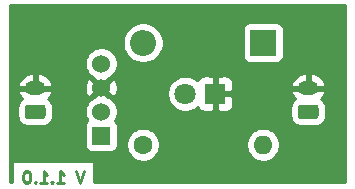
<source format=gbr>
G04 #@! TF.GenerationSoftware,KiCad,Pcbnew,(5.1.5)-3*
G04 #@! TF.CreationDate,2020-06-19T18:53:09+01:00*
G04 #@! TF.ProjectId,gardenlight,67617264-656e-46c6-9967-68742e6b6963,1.0.1*
G04 #@! TF.SameCoordinates,Original*
G04 #@! TF.FileFunction,Copper,L2,Bot*
G04 #@! TF.FilePolarity,Positive*
%FSLAX46Y46*%
G04 Gerber Fmt 4.6, Leading zero omitted, Abs format (unit mm)*
G04 Created by KiCad (PCBNEW (5.1.5)-3) date 2020-06-19 18:53:09*
%MOMM*%
%LPD*%
G04 APERTURE LIST*
%ADD10C,0.250000*%
%ADD11O,1.750000X1.200000*%
%ADD12C,0.150000*%
%ADD13O,2.200000X2.200000*%
%ADD14R,2.200000X2.200000*%
%ADD15O,1.600000X1.600000*%
%ADD16C,1.600000*%
%ADD17C,1.524000*%
%ADD18R,1.524000X1.524000*%
%ADD19C,1.800000*%
%ADD20R,1.800000X1.800000*%
%ADD21C,0.254000*%
G04 APERTURE END LIST*
D10*
X104473047Y-94702380D02*
X104139714Y-95702380D01*
X103806380Y-94702380D01*
X102187333Y-95702380D02*
X102758761Y-95702380D01*
X102473047Y-95702380D02*
X102473047Y-94702380D01*
X102568285Y-94845238D01*
X102663523Y-94940476D01*
X102758761Y-94988095D01*
X101758761Y-95607142D02*
X101711142Y-95654761D01*
X101758761Y-95702380D01*
X101806380Y-95654761D01*
X101758761Y-95607142D01*
X101758761Y-95702380D01*
X100758761Y-95702380D02*
X101330190Y-95702380D01*
X101044476Y-95702380D02*
X101044476Y-94702380D01*
X101139714Y-94845238D01*
X101234952Y-94940476D01*
X101330190Y-94988095D01*
X100330190Y-95607142D02*
X100282571Y-95654761D01*
X100330190Y-95702380D01*
X100377809Y-95654761D01*
X100330190Y-95607142D01*
X100330190Y-95702380D01*
X99663523Y-94702380D02*
X99568285Y-94702380D01*
X99473047Y-94750000D01*
X99425428Y-94797619D01*
X99377809Y-94892857D01*
X99330190Y-95083333D01*
X99330190Y-95321428D01*
X99377809Y-95511904D01*
X99425428Y-95607142D01*
X99473047Y-95654761D01*
X99568285Y-95702380D01*
X99663523Y-95702380D01*
X99758761Y-95654761D01*
X99806380Y-95607142D01*
X99854000Y-95511904D01*
X99901619Y-95321428D01*
X99901619Y-95083333D01*
X99854000Y-94892857D01*
X99806380Y-94797619D01*
X99758761Y-94750000D01*
X99663523Y-94702380D01*
D11*
X100330000Y-87662000D03*
G04 #@! TA.AperFunction,ComponentPad*
D12*
G36*
X100979505Y-89063204D02*
G01*
X101003773Y-89066804D01*
X101027572Y-89072765D01*
X101050671Y-89081030D01*
X101072850Y-89091520D01*
X101093893Y-89104132D01*
X101113599Y-89118747D01*
X101131777Y-89135223D01*
X101148253Y-89153401D01*
X101162868Y-89173107D01*
X101175480Y-89194150D01*
X101185970Y-89216329D01*
X101194235Y-89239428D01*
X101200196Y-89263227D01*
X101203796Y-89287495D01*
X101205000Y-89311999D01*
X101205000Y-90012001D01*
X101203796Y-90036505D01*
X101200196Y-90060773D01*
X101194235Y-90084572D01*
X101185970Y-90107671D01*
X101175480Y-90129850D01*
X101162868Y-90150893D01*
X101148253Y-90170599D01*
X101131777Y-90188777D01*
X101113599Y-90205253D01*
X101093893Y-90219868D01*
X101072850Y-90232480D01*
X101050671Y-90242970D01*
X101027572Y-90251235D01*
X101003773Y-90257196D01*
X100979505Y-90260796D01*
X100955001Y-90262000D01*
X99704999Y-90262000D01*
X99680495Y-90260796D01*
X99656227Y-90257196D01*
X99632428Y-90251235D01*
X99609329Y-90242970D01*
X99587150Y-90232480D01*
X99566107Y-90219868D01*
X99546401Y-90205253D01*
X99528223Y-90188777D01*
X99511747Y-90170599D01*
X99497132Y-90150893D01*
X99484520Y-90129850D01*
X99474030Y-90107671D01*
X99465765Y-90084572D01*
X99459804Y-90060773D01*
X99456204Y-90036505D01*
X99455000Y-90012001D01*
X99455000Y-89311999D01*
X99456204Y-89287495D01*
X99459804Y-89263227D01*
X99465765Y-89239428D01*
X99474030Y-89216329D01*
X99484520Y-89194150D01*
X99497132Y-89173107D01*
X99511747Y-89153401D01*
X99528223Y-89135223D01*
X99546401Y-89118747D01*
X99566107Y-89104132D01*
X99587150Y-89091520D01*
X99609329Y-89081030D01*
X99632428Y-89072765D01*
X99656227Y-89066804D01*
X99680495Y-89063204D01*
X99704999Y-89062000D01*
X100955001Y-89062000D01*
X100979505Y-89063204D01*
G37*
G04 #@! TD.AperFunction*
D13*
X109474000Y-83820000D03*
D14*
X119634000Y-83820000D03*
D11*
X123444000Y-87662000D03*
G04 #@! TA.AperFunction,ComponentPad*
D12*
G36*
X124093505Y-89063204D02*
G01*
X124117773Y-89066804D01*
X124141572Y-89072765D01*
X124164671Y-89081030D01*
X124186850Y-89091520D01*
X124207893Y-89104132D01*
X124227599Y-89118747D01*
X124245777Y-89135223D01*
X124262253Y-89153401D01*
X124276868Y-89173107D01*
X124289480Y-89194150D01*
X124299970Y-89216329D01*
X124308235Y-89239428D01*
X124314196Y-89263227D01*
X124317796Y-89287495D01*
X124319000Y-89311999D01*
X124319000Y-90012001D01*
X124317796Y-90036505D01*
X124314196Y-90060773D01*
X124308235Y-90084572D01*
X124299970Y-90107671D01*
X124289480Y-90129850D01*
X124276868Y-90150893D01*
X124262253Y-90170599D01*
X124245777Y-90188777D01*
X124227599Y-90205253D01*
X124207893Y-90219868D01*
X124186850Y-90232480D01*
X124164671Y-90242970D01*
X124141572Y-90251235D01*
X124117773Y-90257196D01*
X124093505Y-90260796D01*
X124069001Y-90262000D01*
X122818999Y-90262000D01*
X122794495Y-90260796D01*
X122770227Y-90257196D01*
X122746428Y-90251235D01*
X122723329Y-90242970D01*
X122701150Y-90232480D01*
X122680107Y-90219868D01*
X122660401Y-90205253D01*
X122642223Y-90188777D01*
X122625747Y-90170599D01*
X122611132Y-90150893D01*
X122598520Y-90129850D01*
X122588030Y-90107671D01*
X122579765Y-90084572D01*
X122573804Y-90060773D01*
X122570204Y-90036505D01*
X122569000Y-90012001D01*
X122569000Y-89311999D01*
X122570204Y-89287495D01*
X122573804Y-89263227D01*
X122579765Y-89239428D01*
X122588030Y-89216329D01*
X122598520Y-89194150D01*
X122611132Y-89173107D01*
X122625747Y-89153401D01*
X122642223Y-89135223D01*
X122660401Y-89118747D01*
X122680107Y-89104132D01*
X122701150Y-89091520D01*
X122723329Y-89081030D01*
X122746428Y-89072765D01*
X122770227Y-89066804D01*
X122794495Y-89063204D01*
X122818999Y-89062000D01*
X124069001Y-89062000D01*
X124093505Y-89063204D01*
G37*
G04 #@! TD.AperFunction*
D15*
X119634000Y-92456000D03*
D16*
X109474000Y-92456000D03*
D17*
X105918000Y-85598000D03*
X105918000Y-87630000D03*
X105918000Y-89662000D03*
D18*
X105918000Y-91694000D03*
D19*
X113030000Y-88138000D03*
D20*
X115570000Y-88138000D03*
D21*
G36*
X126594001Y-95606000D02*
G01*
X105328286Y-95606000D01*
X105328286Y-93832500D01*
X98379715Y-93832500D01*
X98379715Y-95606000D01*
X98196000Y-95606000D01*
X98196000Y-90932000D01*
X104517928Y-90932000D01*
X104517928Y-92456000D01*
X104530188Y-92580482D01*
X104566498Y-92700180D01*
X104625463Y-92810494D01*
X104704815Y-92907185D01*
X104801506Y-92986537D01*
X104911820Y-93045502D01*
X105031518Y-93081812D01*
X105156000Y-93094072D01*
X106680000Y-93094072D01*
X106804482Y-93081812D01*
X106924180Y-93045502D01*
X107034494Y-92986537D01*
X107131185Y-92907185D01*
X107210537Y-92810494D01*
X107269502Y-92700180D01*
X107305812Y-92580482D01*
X107318072Y-92456000D01*
X107318072Y-92314665D01*
X108039000Y-92314665D01*
X108039000Y-92597335D01*
X108094147Y-92874574D01*
X108202320Y-93135727D01*
X108359363Y-93370759D01*
X108559241Y-93570637D01*
X108794273Y-93727680D01*
X109055426Y-93835853D01*
X109332665Y-93891000D01*
X109615335Y-93891000D01*
X109892574Y-93835853D01*
X110153727Y-93727680D01*
X110388759Y-93570637D01*
X110588637Y-93370759D01*
X110745680Y-93135727D01*
X110853853Y-92874574D01*
X110909000Y-92597335D01*
X110909000Y-92314665D01*
X118199000Y-92314665D01*
X118199000Y-92597335D01*
X118254147Y-92874574D01*
X118362320Y-93135727D01*
X118519363Y-93370759D01*
X118719241Y-93570637D01*
X118954273Y-93727680D01*
X119215426Y-93835853D01*
X119492665Y-93891000D01*
X119775335Y-93891000D01*
X120052574Y-93835853D01*
X120313727Y-93727680D01*
X120548759Y-93570637D01*
X120748637Y-93370759D01*
X120905680Y-93135727D01*
X121013853Y-92874574D01*
X121069000Y-92597335D01*
X121069000Y-92314665D01*
X121013853Y-92037426D01*
X120905680Y-91776273D01*
X120748637Y-91541241D01*
X120548759Y-91341363D01*
X120313727Y-91184320D01*
X120052574Y-91076147D01*
X119775335Y-91021000D01*
X119492665Y-91021000D01*
X119215426Y-91076147D01*
X118954273Y-91184320D01*
X118719241Y-91341363D01*
X118519363Y-91541241D01*
X118362320Y-91776273D01*
X118254147Y-92037426D01*
X118199000Y-92314665D01*
X110909000Y-92314665D01*
X110853853Y-92037426D01*
X110745680Y-91776273D01*
X110588637Y-91541241D01*
X110388759Y-91341363D01*
X110153727Y-91184320D01*
X109892574Y-91076147D01*
X109615335Y-91021000D01*
X109332665Y-91021000D01*
X109055426Y-91076147D01*
X108794273Y-91184320D01*
X108559241Y-91341363D01*
X108359363Y-91541241D01*
X108202320Y-91776273D01*
X108094147Y-92037426D01*
X108039000Y-92314665D01*
X107318072Y-92314665D01*
X107318072Y-90932000D01*
X107305812Y-90807518D01*
X107269502Y-90687820D01*
X107210537Y-90577506D01*
X107131185Y-90480815D01*
X107079425Y-90438337D01*
X107156005Y-90323727D01*
X107261314Y-90069490D01*
X107315000Y-89799592D01*
X107315000Y-89524408D01*
X107261314Y-89254510D01*
X107156005Y-89000273D01*
X107003120Y-88771465D01*
X106808535Y-88576880D01*
X106579727Y-88423995D01*
X106498917Y-88390522D01*
X105918000Y-87809605D01*
X105337083Y-88390522D01*
X105256273Y-88423995D01*
X105027465Y-88576880D01*
X104832880Y-88771465D01*
X104679995Y-89000273D01*
X104574686Y-89254510D01*
X104521000Y-89524408D01*
X104521000Y-89799592D01*
X104574686Y-90069490D01*
X104679995Y-90323727D01*
X104756575Y-90438337D01*
X104704815Y-90480815D01*
X104625463Y-90577506D01*
X104566498Y-90687820D01*
X104530188Y-90807518D01*
X104517928Y-90932000D01*
X98196000Y-90932000D01*
X98196000Y-89311999D01*
X98816928Y-89311999D01*
X98816928Y-90012001D01*
X98833992Y-90185255D01*
X98884528Y-90351851D01*
X98966595Y-90505387D01*
X99077038Y-90639962D01*
X99211613Y-90750405D01*
X99365149Y-90832472D01*
X99531745Y-90883008D01*
X99704999Y-90900072D01*
X100955001Y-90900072D01*
X101128255Y-90883008D01*
X101294851Y-90832472D01*
X101448387Y-90750405D01*
X101582962Y-90639962D01*
X101693405Y-90505387D01*
X101775472Y-90351851D01*
X101826008Y-90185255D01*
X101843072Y-90012001D01*
X101843072Y-89311999D01*
X101826008Y-89138745D01*
X101775472Y-88972149D01*
X101693405Y-88818613D01*
X101582962Y-88684038D01*
X101448387Y-88573595D01*
X101443594Y-88571033D01*
X101568078Y-88445474D01*
X101702421Y-88242533D01*
X101794591Y-88017282D01*
X101798462Y-87979609D01*
X101673731Y-87789000D01*
X100457000Y-87789000D01*
X100457000Y-87809000D01*
X100203000Y-87809000D01*
X100203000Y-87789000D01*
X98986269Y-87789000D01*
X98861538Y-87979609D01*
X98865409Y-88017282D01*
X98957579Y-88242533D01*
X99091922Y-88445474D01*
X99216406Y-88571033D01*
X99211613Y-88573595D01*
X99077038Y-88684038D01*
X98966595Y-88818613D01*
X98884528Y-88972149D01*
X98833992Y-89138745D01*
X98816928Y-89311999D01*
X98196000Y-89311999D01*
X98196000Y-87702017D01*
X104516090Y-87702017D01*
X104557078Y-87974133D01*
X104650364Y-88233023D01*
X104712344Y-88348980D01*
X104952435Y-88415960D01*
X105738395Y-87630000D01*
X106097605Y-87630000D01*
X106883565Y-88415960D01*
X107123656Y-88348980D01*
X107240756Y-88099952D01*
X107268826Y-87986816D01*
X111495000Y-87986816D01*
X111495000Y-88289184D01*
X111553989Y-88585743D01*
X111669701Y-88865095D01*
X111837688Y-89116505D01*
X112051495Y-89330312D01*
X112302905Y-89498299D01*
X112582257Y-89614011D01*
X112878816Y-89673000D01*
X113181184Y-89673000D01*
X113477743Y-89614011D01*
X113757095Y-89498299D01*
X114008505Y-89330312D01*
X114074944Y-89263873D01*
X114080498Y-89282180D01*
X114139463Y-89392494D01*
X114218815Y-89489185D01*
X114315506Y-89568537D01*
X114425820Y-89627502D01*
X114545518Y-89663812D01*
X114670000Y-89676072D01*
X115284250Y-89673000D01*
X115443000Y-89514250D01*
X115443000Y-88265000D01*
X115697000Y-88265000D01*
X115697000Y-89514250D01*
X115855750Y-89673000D01*
X116470000Y-89676072D01*
X116594482Y-89663812D01*
X116714180Y-89627502D01*
X116824494Y-89568537D01*
X116921185Y-89489185D01*
X117000537Y-89392494D01*
X117043563Y-89311999D01*
X121930928Y-89311999D01*
X121930928Y-90012001D01*
X121947992Y-90185255D01*
X121998528Y-90351851D01*
X122080595Y-90505387D01*
X122191038Y-90639962D01*
X122325613Y-90750405D01*
X122479149Y-90832472D01*
X122645745Y-90883008D01*
X122818999Y-90900072D01*
X124069001Y-90900072D01*
X124242255Y-90883008D01*
X124408851Y-90832472D01*
X124562387Y-90750405D01*
X124696962Y-90639962D01*
X124807405Y-90505387D01*
X124889472Y-90351851D01*
X124940008Y-90185255D01*
X124957072Y-90012001D01*
X124957072Y-89311999D01*
X124940008Y-89138745D01*
X124889472Y-88972149D01*
X124807405Y-88818613D01*
X124696962Y-88684038D01*
X124562387Y-88573595D01*
X124557594Y-88571033D01*
X124682078Y-88445474D01*
X124816421Y-88242533D01*
X124908591Y-88017282D01*
X124912462Y-87979609D01*
X124787731Y-87789000D01*
X123571000Y-87789000D01*
X123571000Y-87809000D01*
X123317000Y-87809000D01*
X123317000Y-87789000D01*
X122100269Y-87789000D01*
X121975538Y-87979609D01*
X121979409Y-88017282D01*
X122071579Y-88242533D01*
X122205922Y-88445474D01*
X122330406Y-88571033D01*
X122325613Y-88573595D01*
X122191038Y-88684038D01*
X122080595Y-88818613D01*
X121998528Y-88972149D01*
X121947992Y-89138745D01*
X121930928Y-89311999D01*
X117043563Y-89311999D01*
X117059502Y-89282180D01*
X117095812Y-89162482D01*
X117108072Y-89038000D01*
X117105000Y-88423750D01*
X116946250Y-88265000D01*
X115697000Y-88265000D01*
X115443000Y-88265000D01*
X115423000Y-88265000D01*
X115423000Y-88011000D01*
X115443000Y-88011000D01*
X115443000Y-86761750D01*
X115697000Y-86761750D01*
X115697000Y-88011000D01*
X116946250Y-88011000D01*
X117105000Y-87852250D01*
X117107539Y-87344391D01*
X121975538Y-87344391D01*
X122100269Y-87535000D01*
X123317000Y-87535000D01*
X123317000Y-86427000D01*
X123571000Y-86427000D01*
X123571000Y-87535000D01*
X124787731Y-87535000D01*
X124912462Y-87344391D01*
X124908591Y-87306718D01*
X124816421Y-87081467D01*
X124682078Y-86878526D01*
X124510725Y-86705693D01*
X124308946Y-86569610D01*
X124084496Y-86475507D01*
X123846000Y-86427000D01*
X123571000Y-86427000D01*
X123317000Y-86427000D01*
X123042000Y-86427000D01*
X122803504Y-86475507D01*
X122579054Y-86569610D01*
X122377275Y-86705693D01*
X122205922Y-86878526D01*
X122071579Y-87081467D01*
X121979409Y-87306718D01*
X121975538Y-87344391D01*
X117107539Y-87344391D01*
X117108072Y-87238000D01*
X117095812Y-87113518D01*
X117059502Y-86993820D01*
X117000537Y-86883506D01*
X116921185Y-86786815D01*
X116824494Y-86707463D01*
X116714180Y-86648498D01*
X116594482Y-86612188D01*
X116470000Y-86599928D01*
X115855750Y-86603000D01*
X115697000Y-86761750D01*
X115443000Y-86761750D01*
X115284250Y-86603000D01*
X114670000Y-86599928D01*
X114545518Y-86612188D01*
X114425820Y-86648498D01*
X114315506Y-86707463D01*
X114218815Y-86786815D01*
X114139463Y-86883506D01*
X114080498Y-86993820D01*
X114074944Y-87012127D01*
X114008505Y-86945688D01*
X113757095Y-86777701D01*
X113477743Y-86661989D01*
X113181184Y-86603000D01*
X112878816Y-86603000D01*
X112582257Y-86661989D01*
X112302905Y-86777701D01*
X112051495Y-86945688D01*
X111837688Y-87159495D01*
X111669701Y-87410905D01*
X111553989Y-87690257D01*
X111495000Y-87986816D01*
X107268826Y-87986816D01*
X107307023Y-87832865D01*
X107319910Y-87557983D01*
X107278922Y-87285867D01*
X107185636Y-87026977D01*
X107123656Y-86911020D01*
X106883565Y-86844040D01*
X106097605Y-87630000D01*
X105738395Y-87630000D01*
X104952435Y-86844040D01*
X104712344Y-86911020D01*
X104595244Y-87160048D01*
X104528977Y-87427135D01*
X104516090Y-87702017D01*
X98196000Y-87702017D01*
X98196000Y-87344391D01*
X98861538Y-87344391D01*
X98986269Y-87535000D01*
X100203000Y-87535000D01*
X100203000Y-86427000D01*
X100457000Y-86427000D01*
X100457000Y-87535000D01*
X101673731Y-87535000D01*
X101798462Y-87344391D01*
X101794591Y-87306718D01*
X101702421Y-87081467D01*
X101568078Y-86878526D01*
X101396725Y-86705693D01*
X101194946Y-86569610D01*
X100970496Y-86475507D01*
X100732000Y-86427000D01*
X100457000Y-86427000D01*
X100203000Y-86427000D01*
X99928000Y-86427000D01*
X99689504Y-86475507D01*
X99465054Y-86569610D01*
X99263275Y-86705693D01*
X99091922Y-86878526D01*
X98957579Y-87081467D01*
X98865409Y-87306718D01*
X98861538Y-87344391D01*
X98196000Y-87344391D01*
X98196000Y-85460408D01*
X104521000Y-85460408D01*
X104521000Y-85735592D01*
X104574686Y-86005490D01*
X104679995Y-86259727D01*
X104832880Y-86488535D01*
X105027465Y-86683120D01*
X105256273Y-86836005D01*
X105337083Y-86869478D01*
X105918000Y-87450395D01*
X106498917Y-86869478D01*
X106579727Y-86836005D01*
X106808535Y-86683120D01*
X107003120Y-86488535D01*
X107156005Y-86259727D01*
X107261314Y-86005490D01*
X107315000Y-85735592D01*
X107315000Y-85460408D01*
X107261314Y-85190510D01*
X107156005Y-84936273D01*
X107003120Y-84707465D01*
X106808535Y-84512880D01*
X106579727Y-84359995D01*
X106325490Y-84254686D01*
X106055592Y-84201000D01*
X105780408Y-84201000D01*
X105510510Y-84254686D01*
X105256273Y-84359995D01*
X105027465Y-84512880D01*
X104832880Y-84707465D01*
X104679995Y-84936273D01*
X104574686Y-85190510D01*
X104521000Y-85460408D01*
X98196000Y-85460408D01*
X98196000Y-83649117D01*
X107739000Y-83649117D01*
X107739000Y-83990883D01*
X107805675Y-84326081D01*
X107936463Y-84641831D01*
X108126337Y-84925998D01*
X108368002Y-85167663D01*
X108652169Y-85357537D01*
X108967919Y-85488325D01*
X109303117Y-85555000D01*
X109644883Y-85555000D01*
X109980081Y-85488325D01*
X110295831Y-85357537D01*
X110579998Y-85167663D01*
X110821663Y-84925998D01*
X111011537Y-84641831D01*
X111142325Y-84326081D01*
X111209000Y-83990883D01*
X111209000Y-83649117D01*
X111142325Y-83313919D01*
X111011537Y-82998169D01*
X110825671Y-82720000D01*
X117895928Y-82720000D01*
X117895928Y-84920000D01*
X117908188Y-85044482D01*
X117944498Y-85164180D01*
X118003463Y-85274494D01*
X118082815Y-85371185D01*
X118179506Y-85450537D01*
X118289820Y-85509502D01*
X118409518Y-85545812D01*
X118534000Y-85558072D01*
X120734000Y-85558072D01*
X120858482Y-85545812D01*
X120978180Y-85509502D01*
X121088494Y-85450537D01*
X121185185Y-85371185D01*
X121264537Y-85274494D01*
X121323502Y-85164180D01*
X121359812Y-85044482D01*
X121372072Y-84920000D01*
X121372072Y-82720000D01*
X121359812Y-82595518D01*
X121323502Y-82475820D01*
X121264537Y-82365506D01*
X121185185Y-82268815D01*
X121088494Y-82189463D01*
X120978180Y-82130498D01*
X120858482Y-82094188D01*
X120734000Y-82081928D01*
X118534000Y-82081928D01*
X118409518Y-82094188D01*
X118289820Y-82130498D01*
X118179506Y-82189463D01*
X118082815Y-82268815D01*
X118003463Y-82365506D01*
X117944498Y-82475820D01*
X117908188Y-82595518D01*
X117895928Y-82720000D01*
X110825671Y-82720000D01*
X110821663Y-82714002D01*
X110579998Y-82472337D01*
X110295831Y-82282463D01*
X109980081Y-82151675D01*
X109644883Y-82085000D01*
X109303117Y-82085000D01*
X108967919Y-82151675D01*
X108652169Y-82282463D01*
X108368002Y-82472337D01*
X108126337Y-82714002D01*
X107936463Y-82998169D01*
X107805675Y-83313919D01*
X107739000Y-83649117D01*
X98196000Y-83649117D01*
X98196000Y-80670000D01*
X126594000Y-80670000D01*
X126594001Y-95606000D01*
G37*
X126594001Y-95606000D02*
X105328286Y-95606000D01*
X105328286Y-93832500D01*
X98379715Y-93832500D01*
X98379715Y-95606000D01*
X98196000Y-95606000D01*
X98196000Y-90932000D01*
X104517928Y-90932000D01*
X104517928Y-92456000D01*
X104530188Y-92580482D01*
X104566498Y-92700180D01*
X104625463Y-92810494D01*
X104704815Y-92907185D01*
X104801506Y-92986537D01*
X104911820Y-93045502D01*
X105031518Y-93081812D01*
X105156000Y-93094072D01*
X106680000Y-93094072D01*
X106804482Y-93081812D01*
X106924180Y-93045502D01*
X107034494Y-92986537D01*
X107131185Y-92907185D01*
X107210537Y-92810494D01*
X107269502Y-92700180D01*
X107305812Y-92580482D01*
X107318072Y-92456000D01*
X107318072Y-92314665D01*
X108039000Y-92314665D01*
X108039000Y-92597335D01*
X108094147Y-92874574D01*
X108202320Y-93135727D01*
X108359363Y-93370759D01*
X108559241Y-93570637D01*
X108794273Y-93727680D01*
X109055426Y-93835853D01*
X109332665Y-93891000D01*
X109615335Y-93891000D01*
X109892574Y-93835853D01*
X110153727Y-93727680D01*
X110388759Y-93570637D01*
X110588637Y-93370759D01*
X110745680Y-93135727D01*
X110853853Y-92874574D01*
X110909000Y-92597335D01*
X110909000Y-92314665D01*
X118199000Y-92314665D01*
X118199000Y-92597335D01*
X118254147Y-92874574D01*
X118362320Y-93135727D01*
X118519363Y-93370759D01*
X118719241Y-93570637D01*
X118954273Y-93727680D01*
X119215426Y-93835853D01*
X119492665Y-93891000D01*
X119775335Y-93891000D01*
X120052574Y-93835853D01*
X120313727Y-93727680D01*
X120548759Y-93570637D01*
X120748637Y-93370759D01*
X120905680Y-93135727D01*
X121013853Y-92874574D01*
X121069000Y-92597335D01*
X121069000Y-92314665D01*
X121013853Y-92037426D01*
X120905680Y-91776273D01*
X120748637Y-91541241D01*
X120548759Y-91341363D01*
X120313727Y-91184320D01*
X120052574Y-91076147D01*
X119775335Y-91021000D01*
X119492665Y-91021000D01*
X119215426Y-91076147D01*
X118954273Y-91184320D01*
X118719241Y-91341363D01*
X118519363Y-91541241D01*
X118362320Y-91776273D01*
X118254147Y-92037426D01*
X118199000Y-92314665D01*
X110909000Y-92314665D01*
X110853853Y-92037426D01*
X110745680Y-91776273D01*
X110588637Y-91541241D01*
X110388759Y-91341363D01*
X110153727Y-91184320D01*
X109892574Y-91076147D01*
X109615335Y-91021000D01*
X109332665Y-91021000D01*
X109055426Y-91076147D01*
X108794273Y-91184320D01*
X108559241Y-91341363D01*
X108359363Y-91541241D01*
X108202320Y-91776273D01*
X108094147Y-92037426D01*
X108039000Y-92314665D01*
X107318072Y-92314665D01*
X107318072Y-90932000D01*
X107305812Y-90807518D01*
X107269502Y-90687820D01*
X107210537Y-90577506D01*
X107131185Y-90480815D01*
X107079425Y-90438337D01*
X107156005Y-90323727D01*
X107261314Y-90069490D01*
X107315000Y-89799592D01*
X107315000Y-89524408D01*
X107261314Y-89254510D01*
X107156005Y-89000273D01*
X107003120Y-88771465D01*
X106808535Y-88576880D01*
X106579727Y-88423995D01*
X106498917Y-88390522D01*
X105918000Y-87809605D01*
X105337083Y-88390522D01*
X105256273Y-88423995D01*
X105027465Y-88576880D01*
X104832880Y-88771465D01*
X104679995Y-89000273D01*
X104574686Y-89254510D01*
X104521000Y-89524408D01*
X104521000Y-89799592D01*
X104574686Y-90069490D01*
X104679995Y-90323727D01*
X104756575Y-90438337D01*
X104704815Y-90480815D01*
X104625463Y-90577506D01*
X104566498Y-90687820D01*
X104530188Y-90807518D01*
X104517928Y-90932000D01*
X98196000Y-90932000D01*
X98196000Y-89311999D01*
X98816928Y-89311999D01*
X98816928Y-90012001D01*
X98833992Y-90185255D01*
X98884528Y-90351851D01*
X98966595Y-90505387D01*
X99077038Y-90639962D01*
X99211613Y-90750405D01*
X99365149Y-90832472D01*
X99531745Y-90883008D01*
X99704999Y-90900072D01*
X100955001Y-90900072D01*
X101128255Y-90883008D01*
X101294851Y-90832472D01*
X101448387Y-90750405D01*
X101582962Y-90639962D01*
X101693405Y-90505387D01*
X101775472Y-90351851D01*
X101826008Y-90185255D01*
X101843072Y-90012001D01*
X101843072Y-89311999D01*
X101826008Y-89138745D01*
X101775472Y-88972149D01*
X101693405Y-88818613D01*
X101582962Y-88684038D01*
X101448387Y-88573595D01*
X101443594Y-88571033D01*
X101568078Y-88445474D01*
X101702421Y-88242533D01*
X101794591Y-88017282D01*
X101798462Y-87979609D01*
X101673731Y-87789000D01*
X100457000Y-87789000D01*
X100457000Y-87809000D01*
X100203000Y-87809000D01*
X100203000Y-87789000D01*
X98986269Y-87789000D01*
X98861538Y-87979609D01*
X98865409Y-88017282D01*
X98957579Y-88242533D01*
X99091922Y-88445474D01*
X99216406Y-88571033D01*
X99211613Y-88573595D01*
X99077038Y-88684038D01*
X98966595Y-88818613D01*
X98884528Y-88972149D01*
X98833992Y-89138745D01*
X98816928Y-89311999D01*
X98196000Y-89311999D01*
X98196000Y-87702017D01*
X104516090Y-87702017D01*
X104557078Y-87974133D01*
X104650364Y-88233023D01*
X104712344Y-88348980D01*
X104952435Y-88415960D01*
X105738395Y-87630000D01*
X106097605Y-87630000D01*
X106883565Y-88415960D01*
X107123656Y-88348980D01*
X107240756Y-88099952D01*
X107268826Y-87986816D01*
X111495000Y-87986816D01*
X111495000Y-88289184D01*
X111553989Y-88585743D01*
X111669701Y-88865095D01*
X111837688Y-89116505D01*
X112051495Y-89330312D01*
X112302905Y-89498299D01*
X112582257Y-89614011D01*
X112878816Y-89673000D01*
X113181184Y-89673000D01*
X113477743Y-89614011D01*
X113757095Y-89498299D01*
X114008505Y-89330312D01*
X114074944Y-89263873D01*
X114080498Y-89282180D01*
X114139463Y-89392494D01*
X114218815Y-89489185D01*
X114315506Y-89568537D01*
X114425820Y-89627502D01*
X114545518Y-89663812D01*
X114670000Y-89676072D01*
X115284250Y-89673000D01*
X115443000Y-89514250D01*
X115443000Y-88265000D01*
X115697000Y-88265000D01*
X115697000Y-89514250D01*
X115855750Y-89673000D01*
X116470000Y-89676072D01*
X116594482Y-89663812D01*
X116714180Y-89627502D01*
X116824494Y-89568537D01*
X116921185Y-89489185D01*
X117000537Y-89392494D01*
X117043563Y-89311999D01*
X121930928Y-89311999D01*
X121930928Y-90012001D01*
X121947992Y-90185255D01*
X121998528Y-90351851D01*
X122080595Y-90505387D01*
X122191038Y-90639962D01*
X122325613Y-90750405D01*
X122479149Y-90832472D01*
X122645745Y-90883008D01*
X122818999Y-90900072D01*
X124069001Y-90900072D01*
X124242255Y-90883008D01*
X124408851Y-90832472D01*
X124562387Y-90750405D01*
X124696962Y-90639962D01*
X124807405Y-90505387D01*
X124889472Y-90351851D01*
X124940008Y-90185255D01*
X124957072Y-90012001D01*
X124957072Y-89311999D01*
X124940008Y-89138745D01*
X124889472Y-88972149D01*
X124807405Y-88818613D01*
X124696962Y-88684038D01*
X124562387Y-88573595D01*
X124557594Y-88571033D01*
X124682078Y-88445474D01*
X124816421Y-88242533D01*
X124908591Y-88017282D01*
X124912462Y-87979609D01*
X124787731Y-87789000D01*
X123571000Y-87789000D01*
X123571000Y-87809000D01*
X123317000Y-87809000D01*
X123317000Y-87789000D01*
X122100269Y-87789000D01*
X121975538Y-87979609D01*
X121979409Y-88017282D01*
X122071579Y-88242533D01*
X122205922Y-88445474D01*
X122330406Y-88571033D01*
X122325613Y-88573595D01*
X122191038Y-88684038D01*
X122080595Y-88818613D01*
X121998528Y-88972149D01*
X121947992Y-89138745D01*
X121930928Y-89311999D01*
X117043563Y-89311999D01*
X117059502Y-89282180D01*
X117095812Y-89162482D01*
X117108072Y-89038000D01*
X117105000Y-88423750D01*
X116946250Y-88265000D01*
X115697000Y-88265000D01*
X115443000Y-88265000D01*
X115423000Y-88265000D01*
X115423000Y-88011000D01*
X115443000Y-88011000D01*
X115443000Y-86761750D01*
X115697000Y-86761750D01*
X115697000Y-88011000D01*
X116946250Y-88011000D01*
X117105000Y-87852250D01*
X117107539Y-87344391D01*
X121975538Y-87344391D01*
X122100269Y-87535000D01*
X123317000Y-87535000D01*
X123317000Y-86427000D01*
X123571000Y-86427000D01*
X123571000Y-87535000D01*
X124787731Y-87535000D01*
X124912462Y-87344391D01*
X124908591Y-87306718D01*
X124816421Y-87081467D01*
X124682078Y-86878526D01*
X124510725Y-86705693D01*
X124308946Y-86569610D01*
X124084496Y-86475507D01*
X123846000Y-86427000D01*
X123571000Y-86427000D01*
X123317000Y-86427000D01*
X123042000Y-86427000D01*
X122803504Y-86475507D01*
X122579054Y-86569610D01*
X122377275Y-86705693D01*
X122205922Y-86878526D01*
X122071579Y-87081467D01*
X121979409Y-87306718D01*
X121975538Y-87344391D01*
X117107539Y-87344391D01*
X117108072Y-87238000D01*
X117095812Y-87113518D01*
X117059502Y-86993820D01*
X117000537Y-86883506D01*
X116921185Y-86786815D01*
X116824494Y-86707463D01*
X116714180Y-86648498D01*
X116594482Y-86612188D01*
X116470000Y-86599928D01*
X115855750Y-86603000D01*
X115697000Y-86761750D01*
X115443000Y-86761750D01*
X115284250Y-86603000D01*
X114670000Y-86599928D01*
X114545518Y-86612188D01*
X114425820Y-86648498D01*
X114315506Y-86707463D01*
X114218815Y-86786815D01*
X114139463Y-86883506D01*
X114080498Y-86993820D01*
X114074944Y-87012127D01*
X114008505Y-86945688D01*
X113757095Y-86777701D01*
X113477743Y-86661989D01*
X113181184Y-86603000D01*
X112878816Y-86603000D01*
X112582257Y-86661989D01*
X112302905Y-86777701D01*
X112051495Y-86945688D01*
X111837688Y-87159495D01*
X111669701Y-87410905D01*
X111553989Y-87690257D01*
X111495000Y-87986816D01*
X107268826Y-87986816D01*
X107307023Y-87832865D01*
X107319910Y-87557983D01*
X107278922Y-87285867D01*
X107185636Y-87026977D01*
X107123656Y-86911020D01*
X106883565Y-86844040D01*
X106097605Y-87630000D01*
X105738395Y-87630000D01*
X104952435Y-86844040D01*
X104712344Y-86911020D01*
X104595244Y-87160048D01*
X104528977Y-87427135D01*
X104516090Y-87702017D01*
X98196000Y-87702017D01*
X98196000Y-87344391D01*
X98861538Y-87344391D01*
X98986269Y-87535000D01*
X100203000Y-87535000D01*
X100203000Y-86427000D01*
X100457000Y-86427000D01*
X100457000Y-87535000D01*
X101673731Y-87535000D01*
X101798462Y-87344391D01*
X101794591Y-87306718D01*
X101702421Y-87081467D01*
X101568078Y-86878526D01*
X101396725Y-86705693D01*
X101194946Y-86569610D01*
X100970496Y-86475507D01*
X100732000Y-86427000D01*
X100457000Y-86427000D01*
X100203000Y-86427000D01*
X99928000Y-86427000D01*
X99689504Y-86475507D01*
X99465054Y-86569610D01*
X99263275Y-86705693D01*
X99091922Y-86878526D01*
X98957579Y-87081467D01*
X98865409Y-87306718D01*
X98861538Y-87344391D01*
X98196000Y-87344391D01*
X98196000Y-85460408D01*
X104521000Y-85460408D01*
X104521000Y-85735592D01*
X104574686Y-86005490D01*
X104679995Y-86259727D01*
X104832880Y-86488535D01*
X105027465Y-86683120D01*
X105256273Y-86836005D01*
X105337083Y-86869478D01*
X105918000Y-87450395D01*
X106498917Y-86869478D01*
X106579727Y-86836005D01*
X106808535Y-86683120D01*
X107003120Y-86488535D01*
X107156005Y-86259727D01*
X107261314Y-86005490D01*
X107315000Y-85735592D01*
X107315000Y-85460408D01*
X107261314Y-85190510D01*
X107156005Y-84936273D01*
X107003120Y-84707465D01*
X106808535Y-84512880D01*
X106579727Y-84359995D01*
X106325490Y-84254686D01*
X106055592Y-84201000D01*
X105780408Y-84201000D01*
X105510510Y-84254686D01*
X105256273Y-84359995D01*
X105027465Y-84512880D01*
X104832880Y-84707465D01*
X104679995Y-84936273D01*
X104574686Y-85190510D01*
X104521000Y-85460408D01*
X98196000Y-85460408D01*
X98196000Y-83649117D01*
X107739000Y-83649117D01*
X107739000Y-83990883D01*
X107805675Y-84326081D01*
X107936463Y-84641831D01*
X108126337Y-84925998D01*
X108368002Y-85167663D01*
X108652169Y-85357537D01*
X108967919Y-85488325D01*
X109303117Y-85555000D01*
X109644883Y-85555000D01*
X109980081Y-85488325D01*
X110295831Y-85357537D01*
X110579998Y-85167663D01*
X110821663Y-84925998D01*
X111011537Y-84641831D01*
X111142325Y-84326081D01*
X111209000Y-83990883D01*
X111209000Y-83649117D01*
X111142325Y-83313919D01*
X111011537Y-82998169D01*
X110825671Y-82720000D01*
X117895928Y-82720000D01*
X117895928Y-84920000D01*
X117908188Y-85044482D01*
X117944498Y-85164180D01*
X118003463Y-85274494D01*
X118082815Y-85371185D01*
X118179506Y-85450537D01*
X118289820Y-85509502D01*
X118409518Y-85545812D01*
X118534000Y-85558072D01*
X120734000Y-85558072D01*
X120858482Y-85545812D01*
X120978180Y-85509502D01*
X121088494Y-85450537D01*
X121185185Y-85371185D01*
X121264537Y-85274494D01*
X121323502Y-85164180D01*
X121359812Y-85044482D01*
X121372072Y-84920000D01*
X121372072Y-82720000D01*
X121359812Y-82595518D01*
X121323502Y-82475820D01*
X121264537Y-82365506D01*
X121185185Y-82268815D01*
X121088494Y-82189463D01*
X120978180Y-82130498D01*
X120858482Y-82094188D01*
X120734000Y-82081928D01*
X118534000Y-82081928D01*
X118409518Y-82094188D01*
X118289820Y-82130498D01*
X118179506Y-82189463D01*
X118082815Y-82268815D01*
X118003463Y-82365506D01*
X117944498Y-82475820D01*
X117908188Y-82595518D01*
X117895928Y-82720000D01*
X110825671Y-82720000D01*
X110821663Y-82714002D01*
X110579998Y-82472337D01*
X110295831Y-82282463D01*
X109980081Y-82151675D01*
X109644883Y-82085000D01*
X109303117Y-82085000D01*
X108967919Y-82151675D01*
X108652169Y-82282463D01*
X108368002Y-82472337D01*
X108126337Y-82714002D01*
X107936463Y-82998169D01*
X107805675Y-83313919D01*
X107739000Y-83649117D01*
X98196000Y-83649117D01*
X98196000Y-80670000D01*
X126594000Y-80670000D01*
X126594001Y-95606000D01*
M02*

</source>
